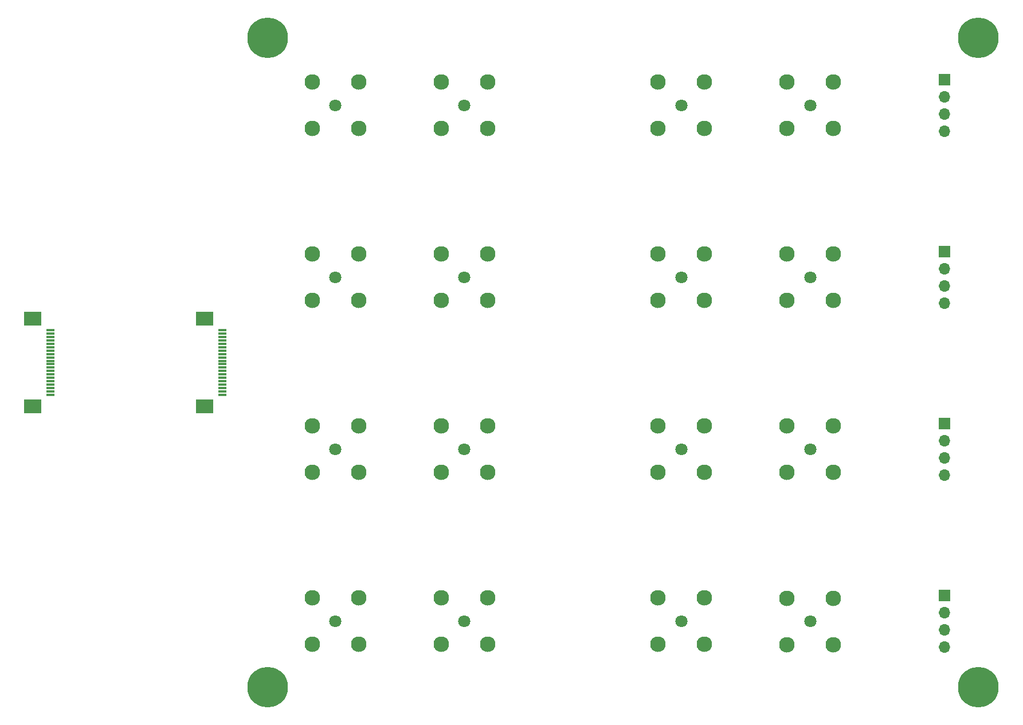
<source format=gbr>
%TF.GenerationSoftware,KiCad,Pcbnew,7.0.2*%
%TF.CreationDate,2023-12-04T15:43:01-07:00*%
%TF.ProjectId,LED_Probe_Breakout,4c45445f-5072-46f6-9265-5f427265616b,rev?*%
%TF.SameCoordinates,Original*%
%TF.FileFunction,Soldermask,Top*%
%TF.FilePolarity,Negative*%
%FSLAX46Y46*%
G04 Gerber Fmt 4.6, Leading zero omitted, Abs format (unit mm)*
G04 Created by KiCad (PCBNEW 7.0.2) date 2023-12-04 15:43:01*
%MOMM*%
%LPD*%
G01*
G04 APERTURE LIST*
%ADD10R,1.250000X0.300000*%
%ADD11R,2.500000X2.000000*%
%ADD12C,1.800000*%
%ADD13C,2.300000*%
%ADD14C,6.000000*%
%ADD15R,1.700000X1.700000*%
%ADD16O,1.700000X1.700000*%
G04 APERTURE END LIST*
D10*
%TO.C,J23*%
X-51712000Y-33250000D03*
X-51712000Y-33750000D03*
X-51712000Y-34250000D03*
X-51712000Y-34750000D03*
X-51712000Y-35250000D03*
X-51712000Y-35750000D03*
X-51712000Y-36250000D03*
X-51712000Y-36750000D03*
X-51712000Y-37250000D03*
X-51712000Y-37750000D03*
X-51712000Y-38250000D03*
X-51712000Y-38750000D03*
X-51712000Y-39250000D03*
X-51712000Y-39750000D03*
X-51712000Y-40250000D03*
X-51712000Y-40750000D03*
X-51712000Y-41250000D03*
X-51712000Y-41750000D03*
X-51712000Y-42250000D03*
X-51712000Y-42750000D03*
D11*
X-54287000Y-44440000D03*
X-54287000Y-31560000D03*
%TD*%
D12*
%TO.C,J14*%
X-15950000Y-76200000D03*
D13*
X-19379000Y-79629000D03*
X-12521000Y-79629000D03*
X-19379000Y-72771000D03*
X-12521000Y-72771000D03*
%TD*%
D12*
%TO.C,J4*%
X35179000Y0D03*
D13*
X31750000Y-3429000D03*
X38608000Y-3429000D03*
X31750000Y3429000D03*
X38608000Y3429000D03*
%TD*%
D12*
%TO.C,J17*%
X35179000Y-76230000D03*
D13*
X31750000Y-79659000D03*
X38608000Y-79659000D03*
X31750000Y-72801000D03*
X38608000Y-72801000D03*
%TD*%
D12*
%TO.C,J10*%
X-15950000Y-50800000D03*
D13*
X-19379000Y-54229000D03*
X-12521000Y-54229000D03*
X-19379000Y-47371000D03*
X-12521000Y-47371000D03*
%TD*%
D12*
%TO.C,J6*%
X-15950000Y-25400000D03*
D13*
X-19379000Y-28829000D03*
X-12521000Y-28829000D03*
X-19379000Y-21971000D03*
X-12521000Y-21971000D03*
%TD*%
D14*
%TO.C,H4*%
X60000000Y10000000D03*
%TD*%
D15*
%TO.C,J21*%
X55000000Y-72400000D03*
D16*
X55000000Y-74940000D03*
X55000000Y-77480000D03*
X55000000Y-80020000D03*
%TD*%
D12*
%TO.C,J3*%
X16129000Y0D03*
D13*
X12700000Y-3429000D03*
X19558000Y-3429000D03*
X12700000Y3429000D03*
X19558000Y3429000D03*
%TD*%
D12*
%TO.C,J11*%
X-35000000Y-50800000D03*
D13*
X-38429000Y-54229000D03*
X-31571000Y-54229000D03*
X-38429000Y-47371000D03*
X-31571000Y-47371000D03*
%TD*%
D15*
%TO.C,J19*%
X55000000Y-21600000D03*
D16*
X55000000Y-24140000D03*
X55000000Y-26680000D03*
X55000000Y-29220000D03*
%TD*%
D15*
%TO.C,J20*%
X55000000Y-47000000D03*
D16*
X55000000Y-49540000D03*
X55000000Y-52080000D03*
X55000000Y-54620000D03*
%TD*%
D12*
%TO.C,J7*%
X-35000000Y-25400000D03*
D13*
X-38429000Y-28829000D03*
X-31571000Y-28829000D03*
X-38429000Y-21971000D03*
X-31571000Y-21971000D03*
%TD*%
D14*
%TO.C,H1*%
X60000000Y-86000000D03*
%TD*%
D15*
%TO.C,J18*%
X55000000Y3800000D03*
D16*
X55000000Y1260000D03*
X55000000Y-1280000D03*
X55000000Y-3820000D03*
%TD*%
D12*
%TO.C,J15*%
X-35000000Y-76200000D03*
D13*
X-38429000Y-79629000D03*
X-31571000Y-79629000D03*
X-38429000Y-72771000D03*
X-31571000Y-72771000D03*
%TD*%
D12*
%TO.C,J5*%
X-15950000Y0D03*
D13*
X-19379000Y-3429000D03*
X-12521000Y-3429000D03*
X-19379000Y3429000D03*
X-12521000Y3429000D03*
%TD*%
D12*
%TO.C,J2*%
X-35000000Y0D03*
D13*
X-38429000Y-3429000D03*
X-31571000Y-3429000D03*
X-38429000Y3429000D03*
X-31571000Y3429000D03*
%TD*%
D10*
%TO.C,J22*%
X-77112000Y-33250000D03*
X-77112000Y-33750000D03*
X-77112000Y-34250000D03*
X-77112000Y-34750000D03*
X-77112000Y-35250000D03*
X-77112000Y-35750000D03*
X-77112000Y-36250000D03*
X-77112000Y-36750000D03*
X-77112000Y-37250000D03*
X-77112000Y-37750000D03*
X-77112000Y-38250000D03*
X-77112000Y-38750000D03*
X-77112000Y-39250000D03*
X-77112000Y-39750000D03*
X-77112000Y-40250000D03*
X-77112000Y-40750000D03*
X-77112000Y-41250000D03*
X-77112000Y-41750000D03*
X-77112000Y-42250000D03*
X-77112000Y-42750000D03*
D11*
X-79687000Y-44440000D03*
X-79687000Y-31560000D03*
%TD*%
D14*
%TO.C,H3*%
X-45000000Y-86000000D03*
%TD*%
D12*
%TO.C,J12*%
X16129000Y-50800000D03*
D13*
X12700000Y-54229000D03*
X19558000Y-54229000D03*
X12700000Y-47371000D03*
X19558000Y-47371000D03*
%TD*%
D12*
%TO.C,J8*%
X16129000Y-25400000D03*
D13*
X12700000Y-28829000D03*
X19558000Y-28829000D03*
X12700000Y-21971000D03*
X19558000Y-21971000D03*
%TD*%
D12*
%TO.C,J9*%
X35179000Y-25400000D03*
D13*
X31750000Y-28829000D03*
X38608000Y-28829000D03*
X31750000Y-21971000D03*
X38608000Y-21971000D03*
%TD*%
D12*
%TO.C,J13*%
X35179000Y-50800000D03*
D13*
X31750000Y-54229000D03*
X38608000Y-54229000D03*
X31750000Y-47371000D03*
X38608000Y-47371000D03*
%TD*%
D12*
%TO.C,J16*%
X16129000Y-76200000D03*
D13*
X12700000Y-79629000D03*
X19558000Y-79629000D03*
X12700000Y-72771000D03*
X19558000Y-72771000D03*
%TD*%
D14*
%TO.C,H2*%
X-45000000Y10000000D03*
%TD*%
M02*

</source>
